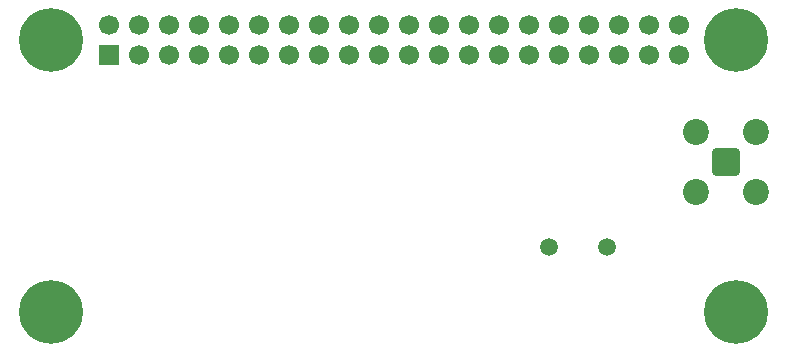
<source format=gbs>
G04 #@! TF.GenerationSoftware,KiCad,Pcbnew,9.0.5*
G04 #@! TF.CreationDate,2025-11-03T18:46:07+02:00*
G04 #@! TF.ProjectId,elecDeTrimisproiect,656c6563-4465-4547-9269-6d697370726f,rev?*
G04 #@! TF.SameCoordinates,Original*
G04 #@! TF.FileFunction,Soldermask,Bot*
G04 #@! TF.FilePolarity,Negative*
%FSLAX46Y46*%
G04 Gerber Fmt 4.6, Leading zero omitted, Abs format (unit mm)*
G04 Created by KiCad (PCBNEW 9.0.5) date 2025-11-03 18:46:07*
%MOMM*%
%LPD*%
G01*
G04 APERTURE LIST*
G04 Aperture macros list*
%AMRoundRect*
0 Rectangle with rounded corners*
0 $1 Rounding radius*
0 $2 $3 $4 $5 $6 $7 $8 $9 X,Y pos of 4 corners*
0 Add a 4 corners polygon primitive as box body*
4,1,4,$2,$3,$4,$5,$6,$7,$8,$9,$2,$3,0*
0 Add four circle primitives for the rounded corners*
1,1,$1+$1,$2,$3*
1,1,$1+$1,$4,$5*
1,1,$1+$1,$6,$7*
1,1,$1+$1,$8,$9*
0 Add four rect primitives between the rounded corners*
20,1,$1+$1,$2,$3,$4,$5,0*
20,1,$1+$1,$4,$5,$6,$7,0*
20,1,$1+$1,$6,$7,$8,$9,0*
20,1,$1+$1,$8,$9,$2,$3,0*%
G04 Aperture macros list end*
%ADD10RoundRect,0.200100X-0.949900X0.949900X-0.949900X-0.949900X0.949900X-0.949900X0.949900X0.949900X0*%
%ADD11C,2.200000*%
%ADD12C,1.500000*%
%ADD13R,1.700000X1.700000*%
%ADD14C,1.700000*%
%ADD15C,5.400000*%
G04 APERTURE END LIST*
D10*
G04 #@! TO.C,J2*
X86175000Y-43350000D03*
D11*
X88725000Y-40800000D03*
X83625000Y-40800000D03*
X88725000Y-45900000D03*
X83625000Y-45900000D03*
G04 #@! TD*
D12*
G04 #@! TO.C,X1*
X71235000Y-50515000D03*
X76115000Y-50515000D03*
G04 #@! TD*
D13*
G04 #@! TO.C,J1*
X33900000Y-34290000D03*
D14*
X33900000Y-31750000D03*
X36440000Y-34290000D03*
X36440000Y-31750000D03*
X38980000Y-34290000D03*
X38980000Y-31750000D03*
X41520000Y-34290000D03*
X41520000Y-31750000D03*
X44060000Y-34290000D03*
X44060000Y-31750000D03*
X46600000Y-34290000D03*
X46600000Y-31750000D03*
X49140000Y-34290000D03*
X49140000Y-31750000D03*
X51680000Y-34290000D03*
X51680000Y-31750000D03*
X54220000Y-34290000D03*
X54220000Y-31750000D03*
X56760000Y-34290000D03*
X56760000Y-31750000D03*
X59300000Y-34290000D03*
X59300000Y-31750000D03*
X61840000Y-34290000D03*
X61840000Y-31750000D03*
X64380000Y-34290000D03*
X64380000Y-31750000D03*
X66920000Y-34290000D03*
X66920000Y-31750000D03*
X69460000Y-34290000D03*
X69460000Y-31750000D03*
X72000000Y-34290000D03*
X72000000Y-31750000D03*
X74540000Y-34290000D03*
X74540000Y-31750000D03*
X77080000Y-34290000D03*
X77080000Y-31750000D03*
X79620000Y-34290000D03*
X79620000Y-31750000D03*
X82160000Y-34290000D03*
X82160000Y-31750000D03*
G04 #@! TD*
D15*
G04 #@! TO.C,REF\u002A\u002A*
X29000000Y-33000000D03*
G04 #@! TD*
G04 #@! TO.C,REF\u002A\u002A*
X87000000Y-33000000D03*
G04 #@! TD*
G04 #@! TO.C,REF\u002A\u002A*
X87000000Y-56000000D03*
G04 #@! TD*
G04 #@! TO.C,REF\u002A\u002A*
X29000000Y-56000000D03*
G04 #@! TD*
M02*

</source>
